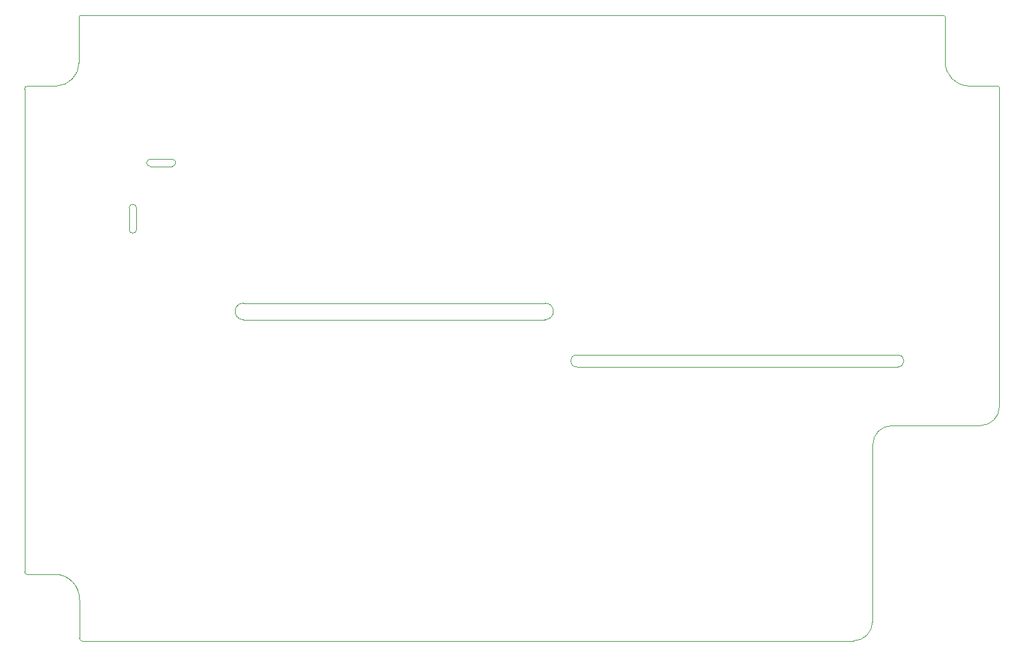
<source format=gbr>
%TF.GenerationSoftware,KiCad,Pcbnew,8.0.4*%
%TF.CreationDate,2024-11-14T02:45:49+01:00*%
%TF.ProjectId,hamodule,68616d6f-6475-46c6-952e-6b696361645f,20240908.25.8-2*%
%TF.SameCoordinates,Original*%
%TF.FileFunction,Profile,NP*%
%FSLAX46Y46*%
G04 Gerber Fmt 4.6, Leading zero omitted, Abs format (unit mm)*
G04 Created by KiCad (PCBNEW 8.0.4) date 2024-11-14 02:45:49*
%MOMM*%
%LPD*%
G01*
G04 APERTURE LIST*
%TA.AperFunction,Profile*%
%ADD10C,0.050000*%
%TD*%
G04 APERTURE END LIST*
D10*
X122224000Y83268400D02*
X7494710Y83268400D01*
X24000Y9168400D02*
X24001Y73450876D01*
X16738600Y63169800D02*
X19634200Y63169800D01*
X7323084Y5458461D02*
X7324916Y368400D01*
X424000Y73868400D02*
X4253289Y73868400D01*
X122224000Y83268400D02*
G75*
G02*
X122424000Y83068400I0J-200000D01*
G01*
X4025832Y8867484D02*
X324000Y8868400D01*
X125524000Y73868400D02*
G75*
G02*
X122423162Y77136503I100000J3200000D01*
G01*
X14897600Y54762400D02*
G75*
G02*
X13932400Y54762400I-482600J0D01*
G01*
X13932400Y57658000D02*
G75*
G02*
X14897600Y57658000I482600J0D01*
G01*
X24001Y73450876D02*
G75*
G02*
X424000Y73868345I399899J17200D01*
G01*
X7254912Y76968400D02*
G75*
G02*
X4253289Y73868400I-3101612J0D01*
G01*
X29124000Y42768400D02*
G75*
G02*
X29124000Y44968400I0J1100000D01*
G01*
X116124000Y36468400D02*
X73424000Y36468400D01*
X7254901Y76968400D02*
X7253289Y83026979D01*
X73424000Y36468400D02*
G75*
G02*
X73424000Y38068400I0J800000D01*
G01*
X125524000Y73868400D02*
X129424000Y73868400D01*
X112787204Y26111200D02*
X112750600Y2542000D01*
X73424000Y38068400D02*
X116124000Y38068400D01*
X122423162Y77136503D02*
X122424000Y83068400D01*
X324000Y8868400D02*
G75*
G02*
X24000Y9168400I0J300000D01*
G01*
X7724000Y-31600D02*
G75*
G02*
X7324000Y368400I0J400000D01*
G01*
X19634200Y64135000D02*
X16738600Y64135000D01*
X4025832Y8867484D02*
G75*
G02*
X7323082Y5458461I-2J-3299084D01*
G01*
X19634200Y64135000D02*
G75*
G02*
X19634200Y63169800I0J-482600D01*
G01*
X129639604Y31209253D02*
G75*
G02*
X127099604Y28669196I-2540004J-53D01*
G01*
X13932400Y57658000D02*
X13932400Y54762400D01*
X29124000Y44968400D02*
X69224000Y44968400D01*
X110210600Y2000D02*
X7724000Y-31600D01*
X69224000Y42768400D02*
X29124000Y42768400D01*
X116124000Y38068400D02*
G75*
G02*
X116124000Y36468400I0J-800000D01*
G01*
X69224000Y44968400D02*
G75*
G02*
X69224000Y42768400I0J-1100000D01*
G01*
X115327204Y28651200D02*
X127099604Y28669253D01*
X112787204Y26111200D02*
G75*
G02*
X115327204Y28651196I2539996J0D01*
G01*
X129624000Y73668400D02*
X129639604Y31209253D01*
X112750600Y2542000D02*
G75*
G02*
X110210600Y2000I-2540000J0D01*
G01*
X16738600Y63169800D02*
G75*
G02*
X16738600Y64135000I0J482600D01*
G01*
X129424000Y73868400D02*
G75*
G02*
X129624000Y73668400I0J-200000D01*
G01*
X7253289Y83026979D02*
G75*
G02*
X7494710Y83268390I241411J0D01*
G01*
X14897600Y54762400D02*
X14897600Y57658000D01*
M02*

</source>
